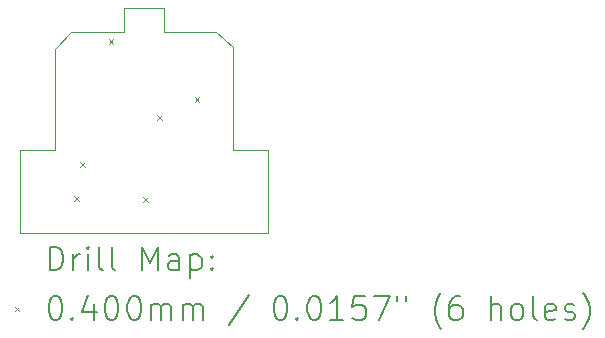
<source format=gbr>
%FSLAX45Y45*%
G04 Gerber Fmt 4.5, Leading zero omitted, Abs format (unit mm)*
G04 Created by KiCad (PCBNEW (6.0.0)) date 2021-12-31 14:49:55*
%MOMM*%
%LPD*%
G01*
G04 APERTURE LIST*
%TA.AperFunction,Profile*%
%ADD10C,0.100000*%
%TD*%
%ADD11C,0.200000*%
%ADD12C,0.040000*%
G04 APERTURE END LIST*
D10*
X11154000Y-6455750D02*
X11154000Y-7325750D01*
X9354000Y-8025750D02*
X9354000Y-7325750D01*
X10234000Y-6125750D02*
X10234000Y-6325750D01*
X10574000Y-6125750D02*
X10574000Y-6325750D01*
X11454000Y-7325750D02*
X11154000Y-7325750D01*
X10574000Y-6125750D02*
X10234000Y-6125750D01*
X9654000Y-6465750D02*
X9654000Y-7325750D01*
X9784000Y-6325750D02*
X9654000Y-6465750D01*
X9354000Y-7325750D02*
X9654000Y-7325750D01*
X10234000Y-6325750D02*
X9784000Y-6325750D01*
X11014000Y-6325750D02*
X11154000Y-6455750D01*
X11454000Y-8025750D02*
X11454000Y-7325750D01*
X10574000Y-6325750D02*
X11014000Y-6325750D01*
X11454000Y-8025750D02*
X9354000Y-8025750D01*
D11*
D12*
X9814000Y-7715750D02*
X9854000Y-7755750D01*
X9854000Y-7715750D02*
X9814000Y-7755750D01*
X9864000Y-7425750D02*
X9904000Y-7465750D01*
X9904000Y-7425750D02*
X9864000Y-7465750D01*
X10104000Y-6385750D02*
X10144000Y-6425750D01*
X10144000Y-6385750D02*
X10104000Y-6425750D01*
X10394000Y-7725750D02*
X10434000Y-7765750D01*
X10434000Y-7725750D02*
X10394000Y-7765750D01*
X10514000Y-7025750D02*
X10554000Y-7065750D01*
X10554000Y-7025750D02*
X10514000Y-7065750D01*
X10834000Y-6875750D02*
X10874000Y-6915750D01*
X10874000Y-6875750D02*
X10834000Y-6915750D01*
D11*
X9606619Y-8341226D02*
X9606619Y-8141226D01*
X9654238Y-8141226D01*
X9682810Y-8150750D01*
X9701857Y-8169798D01*
X9711381Y-8188845D01*
X9720905Y-8226940D01*
X9720905Y-8255512D01*
X9711381Y-8293607D01*
X9701857Y-8312655D01*
X9682810Y-8331702D01*
X9654238Y-8341226D01*
X9606619Y-8341226D01*
X9806619Y-8341226D02*
X9806619Y-8207893D01*
X9806619Y-8245988D02*
X9816143Y-8226940D01*
X9825667Y-8217417D01*
X9844714Y-8207893D01*
X9863762Y-8207893D01*
X9930429Y-8341226D02*
X9930429Y-8207893D01*
X9930429Y-8141226D02*
X9920905Y-8150750D01*
X9930429Y-8160274D01*
X9939952Y-8150750D01*
X9930429Y-8141226D01*
X9930429Y-8160274D01*
X10054238Y-8341226D02*
X10035190Y-8331702D01*
X10025667Y-8312655D01*
X10025667Y-8141226D01*
X10159000Y-8341226D02*
X10139952Y-8331702D01*
X10130429Y-8312655D01*
X10130429Y-8141226D01*
X10387571Y-8341226D02*
X10387571Y-8141226D01*
X10454238Y-8284083D01*
X10520905Y-8141226D01*
X10520905Y-8341226D01*
X10701857Y-8341226D02*
X10701857Y-8236464D01*
X10692333Y-8217417D01*
X10673286Y-8207893D01*
X10635190Y-8207893D01*
X10616143Y-8217417D01*
X10701857Y-8331702D02*
X10682810Y-8341226D01*
X10635190Y-8341226D01*
X10616143Y-8331702D01*
X10606619Y-8312655D01*
X10606619Y-8293607D01*
X10616143Y-8274559D01*
X10635190Y-8265036D01*
X10682810Y-8265036D01*
X10701857Y-8255512D01*
X10797095Y-8207893D02*
X10797095Y-8407893D01*
X10797095Y-8217417D02*
X10816143Y-8207893D01*
X10854238Y-8207893D01*
X10873286Y-8217417D01*
X10882810Y-8226940D01*
X10892333Y-8245988D01*
X10892333Y-8303131D01*
X10882810Y-8322178D01*
X10873286Y-8331702D01*
X10854238Y-8341226D01*
X10816143Y-8341226D01*
X10797095Y-8331702D01*
X10978048Y-8322178D02*
X10987571Y-8331702D01*
X10978048Y-8341226D01*
X10968524Y-8331702D01*
X10978048Y-8322178D01*
X10978048Y-8341226D01*
X10978048Y-8217417D02*
X10987571Y-8226940D01*
X10978048Y-8236464D01*
X10968524Y-8226940D01*
X10978048Y-8217417D01*
X10978048Y-8236464D01*
D12*
X9309000Y-8650750D02*
X9349000Y-8690750D01*
X9349000Y-8650750D02*
X9309000Y-8690750D01*
D11*
X9644714Y-8561226D02*
X9663762Y-8561226D01*
X9682810Y-8570750D01*
X9692333Y-8580274D01*
X9701857Y-8599321D01*
X9711381Y-8637417D01*
X9711381Y-8685036D01*
X9701857Y-8723131D01*
X9692333Y-8742179D01*
X9682810Y-8751702D01*
X9663762Y-8761226D01*
X9644714Y-8761226D01*
X9625667Y-8751702D01*
X9616143Y-8742179D01*
X9606619Y-8723131D01*
X9597095Y-8685036D01*
X9597095Y-8637417D01*
X9606619Y-8599321D01*
X9616143Y-8580274D01*
X9625667Y-8570750D01*
X9644714Y-8561226D01*
X9797095Y-8742179D02*
X9806619Y-8751702D01*
X9797095Y-8761226D01*
X9787571Y-8751702D01*
X9797095Y-8742179D01*
X9797095Y-8761226D01*
X9978048Y-8627893D02*
X9978048Y-8761226D01*
X9930429Y-8551702D02*
X9882810Y-8694560D01*
X10006619Y-8694560D01*
X10120905Y-8561226D02*
X10139952Y-8561226D01*
X10159000Y-8570750D01*
X10168524Y-8580274D01*
X10178048Y-8599321D01*
X10187571Y-8637417D01*
X10187571Y-8685036D01*
X10178048Y-8723131D01*
X10168524Y-8742179D01*
X10159000Y-8751702D01*
X10139952Y-8761226D01*
X10120905Y-8761226D01*
X10101857Y-8751702D01*
X10092333Y-8742179D01*
X10082810Y-8723131D01*
X10073286Y-8685036D01*
X10073286Y-8637417D01*
X10082810Y-8599321D01*
X10092333Y-8580274D01*
X10101857Y-8570750D01*
X10120905Y-8561226D01*
X10311381Y-8561226D02*
X10330429Y-8561226D01*
X10349476Y-8570750D01*
X10359000Y-8580274D01*
X10368524Y-8599321D01*
X10378048Y-8637417D01*
X10378048Y-8685036D01*
X10368524Y-8723131D01*
X10359000Y-8742179D01*
X10349476Y-8751702D01*
X10330429Y-8761226D01*
X10311381Y-8761226D01*
X10292333Y-8751702D01*
X10282810Y-8742179D01*
X10273286Y-8723131D01*
X10263762Y-8685036D01*
X10263762Y-8637417D01*
X10273286Y-8599321D01*
X10282810Y-8580274D01*
X10292333Y-8570750D01*
X10311381Y-8561226D01*
X10463762Y-8761226D02*
X10463762Y-8627893D01*
X10463762Y-8646940D02*
X10473286Y-8637417D01*
X10492333Y-8627893D01*
X10520905Y-8627893D01*
X10539952Y-8637417D01*
X10549476Y-8656464D01*
X10549476Y-8761226D01*
X10549476Y-8656464D02*
X10559000Y-8637417D01*
X10578048Y-8627893D01*
X10606619Y-8627893D01*
X10625667Y-8637417D01*
X10635190Y-8656464D01*
X10635190Y-8761226D01*
X10730429Y-8761226D02*
X10730429Y-8627893D01*
X10730429Y-8646940D02*
X10739952Y-8637417D01*
X10759000Y-8627893D01*
X10787571Y-8627893D01*
X10806619Y-8637417D01*
X10816143Y-8656464D01*
X10816143Y-8761226D01*
X10816143Y-8656464D02*
X10825667Y-8637417D01*
X10844714Y-8627893D01*
X10873286Y-8627893D01*
X10892333Y-8637417D01*
X10901857Y-8656464D01*
X10901857Y-8761226D01*
X11292333Y-8551702D02*
X11120905Y-8808845D01*
X11549476Y-8561226D02*
X11568524Y-8561226D01*
X11587571Y-8570750D01*
X11597095Y-8580274D01*
X11606619Y-8599321D01*
X11616143Y-8637417D01*
X11616143Y-8685036D01*
X11606619Y-8723131D01*
X11597095Y-8742179D01*
X11587571Y-8751702D01*
X11568524Y-8761226D01*
X11549476Y-8761226D01*
X11530428Y-8751702D01*
X11520905Y-8742179D01*
X11511381Y-8723131D01*
X11501857Y-8685036D01*
X11501857Y-8637417D01*
X11511381Y-8599321D01*
X11520905Y-8580274D01*
X11530428Y-8570750D01*
X11549476Y-8561226D01*
X11701857Y-8742179D02*
X11711381Y-8751702D01*
X11701857Y-8761226D01*
X11692333Y-8751702D01*
X11701857Y-8742179D01*
X11701857Y-8761226D01*
X11835190Y-8561226D02*
X11854238Y-8561226D01*
X11873286Y-8570750D01*
X11882809Y-8580274D01*
X11892333Y-8599321D01*
X11901857Y-8637417D01*
X11901857Y-8685036D01*
X11892333Y-8723131D01*
X11882809Y-8742179D01*
X11873286Y-8751702D01*
X11854238Y-8761226D01*
X11835190Y-8761226D01*
X11816143Y-8751702D01*
X11806619Y-8742179D01*
X11797095Y-8723131D01*
X11787571Y-8685036D01*
X11787571Y-8637417D01*
X11797095Y-8599321D01*
X11806619Y-8580274D01*
X11816143Y-8570750D01*
X11835190Y-8561226D01*
X12092333Y-8761226D02*
X11978048Y-8761226D01*
X12035190Y-8761226D02*
X12035190Y-8561226D01*
X12016143Y-8589798D01*
X11997095Y-8608845D01*
X11978048Y-8618369D01*
X12273286Y-8561226D02*
X12178048Y-8561226D01*
X12168524Y-8656464D01*
X12178048Y-8646940D01*
X12197095Y-8637417D01*
X12244714Y-8637417D01*
X12263762Y-8646940D01*
X12273286Y-8656464D01*
X12282809Y-8675512D01*
X12282809Y-8723131D01*
X12273286Y-8742179D01*
X12263762Y-8751702D01*
X12244714Y-8761226D01*
X12197095Y-8761226D01*
X12178048Y-8751702D01*
X12168524Y-8742179D01*
X12349476Y-8561226D02*
X12482809Y-8561226D01*
X12397095Y-8761226D01*
X12549476Y-8561226D02*
X12549476Y-8599321D01*
X12625667Y-8561226D02*
X12625667Y-8599321D01*
X12920905Y-8837417D02*
X12911381Y-8827893D01*
X12892333Y-8799321D01*
X12882809Y-8780274D01*
X12873286Y-8751702D01*
X12863762Y-8704083D01*
X12863762Y-8665988D01*
X12873286Y-8618369D01*
X12882809Y-8589798D01*
X12892333Y-8570750D01*
X12911381Y-8542179D01*
X12920905Y-8532655D01*
X13082809Y-8561226D02*
X13044714Y-8561226D01*
X13025667Y-8570750D01*
X13016143Y-8580274D01*
X12997095Y-8608845D01*
X12987571Y-8646940D01*
X12987571Y-8723131D01*
X12997095Y-8742179D01*
X13006619Y-8751702D01*
X13025667Y-8761226D01*
X13063762Y-8761226D01*
X13082809Y-8751702D01*
X13092333Y-8742179D01*
X13101857Y-8723131D01*
X13101857Y-8675512D01*
X13092333Y-8656464D01*
X13082809Y-8646940D01*
X13063762Y-8637417D01*
X13025667Y-8637417D01*
X13006619Y-8646940D01*
X12997095Y-8656464D01*
X12987571Y-8675512D01*
X13339952Y-8761226D02*
X13339952Y-8561226D01*
X13425667Y-8761226D02*
X13425667Y-8656464D01*
X13416143Y-8637417D01*
X13397095Y-8627893D01*
X13368524Y-8627893D01*
X13349476Y-8637417D01*
X13339952Y-8646940D01*
X13549476Y-8761226D02*
X13530428Y-8751702D01*
X13520905Y-8742179D01*
X13511381Y-8723131D01*
X13511381Y-8665988D01*
X13520905Y-8646940D01*
X13530428Y-8637417D01*
X13549476Y-8627893D01*
X13578048Y-8627893D01*
X13597095Y-8637417D01*
X13606619Y-8646940D01*
X13616143Y-8665988D01*
X13616143Y-8723131D01*
X13606619Y-8742179D01*
X13597095Y-8751702D01*
X13578048Y-8761226D01*
X13549476Y-8761226D01*
X13730428Y-8761226D02*
X13711381Y-8751702D01*
X13701857Y-8732655D01*
X13701857Y-8561226D01*
X13882809Y-8751702D02*
X13863762Y-8761226D01*
X13825667Y-8761226D01*
X13806619Y-8751702D01*
X13797095Y-8732655D01*
X13797095Y-8656464D01*
X13806619Y-8637417D01*
X13825667Y-8627893D01*
X13863762Y-8627893D01*
X13882809Y-8637417D01*
X13892333Y-8656464D01*
X13892333Y-8675512D01*
X13797095Y-8694560D01*
X13968524Y-8751702D02*
X13987571Y-8761226D01*
X14025667Y-8761226D01*
X14044714Y-8751702D01*
X14054238Y-8732655D01*
X14054238Y-8723131D01*
X14044714Y-8704083D01*
X14025667Y-8694560D01*
X13997095Y-8694560D01*
X13978048Y-8685036D01*
X13968524Y-8665988D01*
X13968524Y-8656464D01*
X13978048Y-8637417D01*
X13997095Y-8627893D01*
X14025667Y-8627893D01*
X14044714Y-8637417D01*
X14120905Y-8837417D02*
X14130428Y-8827893D01*
X14149476Y-8799321D01*
X14159000Y-8780274D01*
X14168524Y-8751702D01*
X14178048Y-8704083D01*
X14178048Y-8665988D01*
X14168524Y-8618369D01*
X14159000Y-8589798D01*
X14149476Y-8570750D01*
X14130428Y-8542179D01*
X14120905Y-8532655D01*
M02*

</source>
